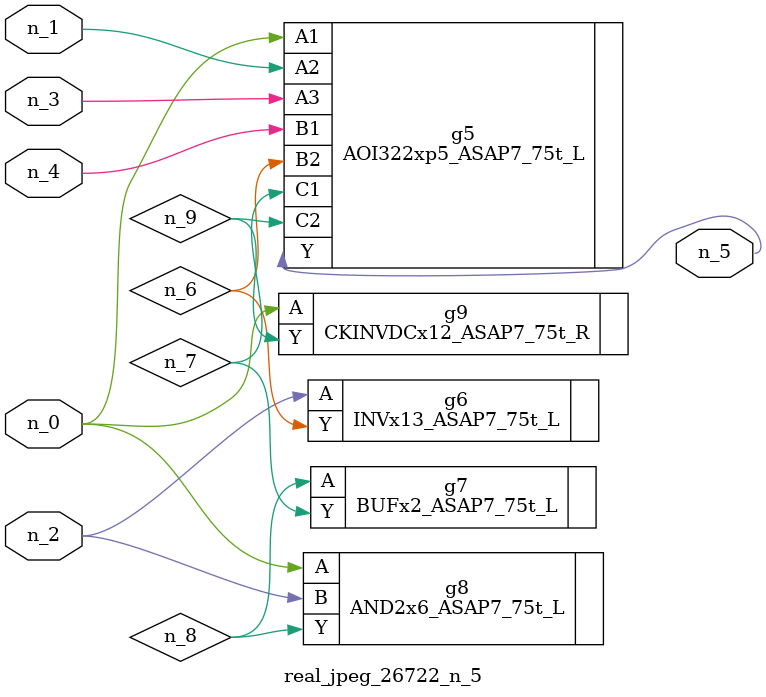
<source format=v>
module real_jpeg_26722_n_5 (n_4, n_0, n_1, n_2, n_3, n_5);

input n_4;
input n_0;
input n_1;
input n_2;
input n_3;

output n_5;

wire n_8;
wire n_6;
wire n_7;
wire n_9;

AOI322xp5_ASAP7_75t_L g5 ( 
.A1(n_0),
.A2(n_1),
.A3(n_3),
.B1(n_4),
.B2(n_6),
.C1(n_7),
.C2(n_9),
.Y(n_5)
);

AND2x6_ASAP7_75t_L g8 ( 
.A(n_0),
.B(n_2),
.Y(n_8)
);

CKINVDCx12_ASAP7_75t_R g9 ( 
.A(n_0),
.Y(n_9)
);

INVx13_ASAP7_75t_L g6 ( 
.A(n_2),
.Y(n_6)
);

BUFx2_ASAP7_75t_L g7 ( 
.A(n_8),
.Y(n_7)
);


endmodule
</source>
